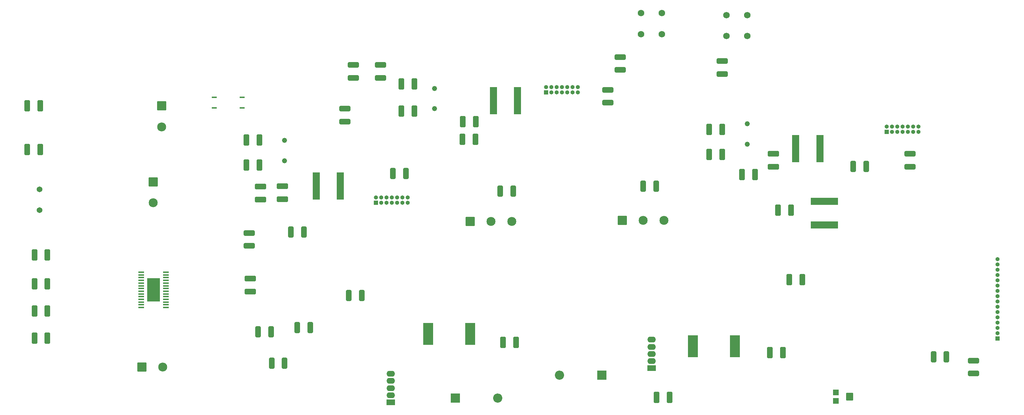
<source format=gbr>
%TF.GenerationSoftware,KiCad,Pcbnew,8.0.2*%
%TF.CreationDate,2024-07-20T17:11:53-04:00*%
%TF.ProjectId,electrical_design_hvac_v2,656c6563-7472-4696-9361-6c5f64657369,rev?*%
%TF.SameCoordinates,Original*%
%TF.FileFunction,Soldermask,Top*%
%TF.FilePolarity,Negative*%
%FSLAX46Y46*%
G04 Gerber Fmt 4.6, Leading zero omitted, Abs format (unit mm)*
G04 Created by KiCad (PCBNEW 8.0.2) date 2024-07-20 17:11:53*
%MOMM*%
%LPD*%
G01*
G04 APERTURE LIST*
G04 Aperture macros list*
%AMRoundRect*
0 Rectangle with rounded corners*
0 $1 Rounding radius*
0 $2 $3 $4 $5 $6 $7 $8 $9 X,Y pos of 4 corners*
0 Add a 4 corners polygon primitive as box body*
4,1,4,$2,$3,$4,$5,$6,$7,$8,$9,$2,$3,0*
0 Add four circle primitives for the rounded corners*
1,1,$1+$1,$2,$3*
1,1,$1+$1,$4,$5*
1,1,$1+$1,$6,$7*
1,1,$1+$1,$8,$9*
0 Add four rect primitives between the rounded corners*
20,1,$1+$1,$2,$3,$4,$5,0*
20,1,$1+$1,$4,$5,$6,$7,0*
20,1,$1+$1,$6,$7,$8,$9,0*
20,1,$1+$1,$8,$9,$2,$3,0*%
G04 Aperture macros list end*
%ADD10R,2.000001X1.400000*%
%ADD11O,2.000001X1.400000*%
%ADD12R,2.200000X2.200000*%
%ADD13O,2.200000X2.200000*%
%ADD14R,2.413000X5.207000*%
%ADD15RoundRect,0.250000X-1.100000X0.412500X-1.100000X-0.412500X1.100000X-0.412500X1.100000X0.412500X0*%
%ADD16RoundRect,0.250000X1.075000X-0.400000X1.075000X0.400000X-1.075000X0.400000X-1.075000X-0.400000X0*%
%ADD17RoundRect,0.250000X0.412500X1.100000X-0.412500X1.100000X-0.412500X-1.100000X0.412500X-1.100000X0*%
%ADD18RoundRect,0.250000X0.400000X1.075000X-0.400000X1.075000X-0.400000X-1.075000X0.400000X-1.075000X0*%
%ADD19RoundRect,0.250000X1.100000X-0.412500X1.100000X0.412500X-1.100000X0.412500X-1.100000X-0.412500X0*%
%ADD20C,1.574800*%
%ADD21R,1.000000X1.000000*%
%ADD22O,1.000000X1.000000*%
%ADD23RoundRect,0.076750X-0.805250X-0.230250X0.805250X-0.230250X0.805250X0.230250X-0.805250X0.230250X0*%
%ADD24RoundRect,0.250000X-0.400000X-1.075000X0.400000X-1.075000X0.400000X1.075000X-0.400000X1.075000X0*%
%ADD25RoundRect,0.102000X-0.975000X-0.975000X0.975000X-0.975000X0.975000X0.975000X-0.975000X0.975000X0*%
%ADD26C,2.154000*%
%ADD27C,1.234000*%
%ADD28RoundRect,0.250000X-0.412500X-1.100000X0.412500X-1.100000X0.412500X1.100000X-0.412500X1.100000X0*%
%ADD29RoundRect,0.102000X-0.975000X0.975000X-0.975000X-0.975000X0.975000X-0.975000X0.975000X0.975000X0*%
%ADD30R,1.409700X0.355600*%
%ADD31R,3.149600X5.638800*%
%ADD32R,1.219200X0.457200*%
%ADD33RoundRect,0.076750X0.230250X-0.810250X0.230250X0.810250X-0.230250X0.810250X-0.230250X-0.810250X0*%
%ADD34C,1.371600*%
%ADD35RoundRect,0.102000X-0.600000X-0.600000X0.600000X-0.600000X0.600000X0.600000X-0.600000X0.600000X0*%
%ADD36RoundRect,0.102000X-0.750000X0.800000X-0.750000X-0.800000X0.750000X-0.800000X0.750000X0.800000X0*%
G04 APERTURE END LIST*
D10*
%TO.C,VR1*%
X178541900Y-132200000D03*
D11*
X178541900Y-130500000D03*
X178541900Y-128799999D03*
X178541900Y-127100000D03*
X178541900Y-125400000D03*
%TD*%
D10*
%TO.C,U2*%
X116000000Y-140405000D03*
D11*
X116000000Y-138705000D03*
X116000000Y-137004999D03*
X116000000Y-135305000D03*
X116000000Y-133605000D03*
%TD*%
D12*
%TO.C,D1*%
X131420000Y-139400000D03*
D13*
X141580000Y-139400000D03*
%TD*%
D14*
%TO.C,L2*%
X188458100Y-127000000D03*
X198541900Y-127000000D03*
%TD*%
%TO.C,L1*%
X124958100Y-124000000D03*
X135041900Y-124000000D03*
%TD*%
D15*
%TO.C,C15*%
X90000000Y-88500000D03*
X90000000Y-91625000D03*
%TD*%
D16*
%TO.C,R18*%
X113500000Y-62500000D03*
X113500000Y-59400000D03*
%TD*%
D17*
%TO.C,C23*%
X33625000Y-105000000D03*
X30500000Y-105000000D03*
%TD*%
D18*
%TO.C,R19*%
X249250000Y-129500000D03*
X246150000Y-129500000D03*
%TD*%
D17*
%TO.C,C5*%
X212000000Y-94250000D03*
X208875000Y-94250000D03*
%TD*%
D19*
%TO.C,C1*%
X82250000Y-113812500D03*
X82250000Y-110687500D03*
%TD*%
D20*
%TO.C,SW1*%
X181000000Y-52000000D03*
X176000000Y-52000000D03*
X176000000Y-47000010D03*
X181000000Y-47000010D03*
%TD*%
D16*
%TO.C,R20*%
X255750000Y-133500000D03*
X255750000Y-130400000D03*
%TD*%
D21*
%TO.C,J4*%
X261500000Y-125120000D03*
D22*
X261500000Y-123850000D03*
X261500000Y-122580000D03*
X261500000Y-121310000D03*
X261500000Y-120040000D03*
X261500000Y-118770000D03*
X261500000Y-117500000D03*
X261500000Y-116230000D03*
X261500000Y-114960000D03*
X261500000Y-113690000D03*
X261500000Y-112420000D03*
X261500000Y-111150000D03*
X261500000Y-109880000D03*
X261500000Y-108610000D03*
X261500000Y-107340000D03*
X261500000Y-106070000D03*
%TD*%
D16*
%TO.C,R17*%
X107000000Y-62500000D03*
X107000000Y-59400000D03*
%TD*%
D23*
%TO.C,U6*%
X98120000Y-85575000D03*
X98120000Y-86225000D03*
X98120000Y-86875000D03*
X98120000Y-87525000D03*
X98120000Y-88175000D03*
X98120000Y-88825000D03*
X98120000Y-89475000D03*
X98120000Y-90125000D03*
X98120000Y-90775000D03*
X98120000Y-91425000D03*
X103880000Y-91425000D03*
X103880000Y-90775000D03*
X103880000Y-90125000D03*
X103880000Y-89475000D03*
X103880000Y-88825000D03*
X103880000Y-88175000D03*
X103880000Y-87525000D03*
X103880000Y-86875000D03*
X103880000Y-86225000D03*
X103880000Y-85575000D03*
%TD*%
D24*
%TO.C,R12*%
X87400000Y-131000000D03*
X90500000Y-131000000D03*
%TD*%
D16*
%TO.C,R16*%
X195500000Y-61600000D03*
X195500000Y-58500000D03*
%TD*%
D17*
%TO.C,C12*%
X84500000Y-83440000D03*
X81375000Y-83440000D03*
%TD*%
D16*
%TO.C,R7*%
X171000000Y-60600000D03*
X171000000Y-57500000D03*
%TD*%
D25*
%TO.C,J3*%
X135000000Y-97000000D03*
D26*
X140000000Y-97000000D03*
X145000000Y-97000000D03*
%TD*%
D25*
%TO.C,J2*%
X56267000Y-132000000D03*
D26*
X61267000Y-132000000D03*
%TD*%
D12*
%TO.C,D2*%
X166621900Y-133900000D03*
D13*
X156461900Y-133900000D03*
%TD*%
D18*
%TO.C,R8*%
X145350000Y-89750000D03*
X142250000Y-89750000D03*
%TD*%
%TO.C,R4*%
X119600000Y-85500000D03*
X116500000Y-85500000D03*
%TD*%
D15*
%TO.C,C16*%
X84749930Y-88625000D03*
X84749930Y-91750000D03*
%TD*%
D27*
%TO.C,Y1*%
X126500000Y-65060000D03*
X126500000Y-69940000D03*
%TD*%
D28*
%TO.C,C4*%
X142875000Y-126000000D03*
X146000000Y-126000000D03*
%TD*%
D29*
%TO.C,J8*%
X61000000Y-69267000D03*
D26*
X61000000Y-74267000D03*
%TD*%
D17*
%TO.C,C22*%
X31875000Y-69250000D03*
X28750000Y-69250000D03*
%TD*%
D18*
%TO.C,R11*%
X96650000Y-122500000D03*
X93550000Y-122500000D03*
%TD*%
D30*
%TO.C,U5*%
X62000000Y-117649986D03*
X62000000Y-117000000D03*
X62000000Y-116350014D03*
X62000000Y-115700028D03*
X62000000Y-115050042D03*
X62000000Y-114400056D03*
X62000000Y-113750070D03*
X62000000Y-113100084D03*
X62000000Y-112450098D03*
X62000000Y-111800112D03*
X62000000Y-111150126D03*
X62000000Y-110500140D03*
X62000000Y-109850154D03*
X62000000Y-109200168D03*
X56094500Y-109200168D03*
X56094500Y-109850154D03*
X56094500Y-110500140D03*
X56094500Y-111150126D03*
X56094500Y-111800112D03*
X56094500Y-112450098D03*
X56094500Y-113100084D03*
X56094500Y-113750070D03*
X56094500Y-114400056D03*
X56094500Y-115050042D03*
X56094500Y-115700028D03*
X56094500Y-116350014D03*
X56094500Y-117000000D03*
X56094500Y-117649986D03*
D31*
X59047250Y-113425077D03*
%TD*%
D32*
%TO.C,Q2*%
X80340100Y-69770000D03*
X80340100Y-67230000D03*
X73659900Y-67230000D03*
X73659900Y-69770000D03*
%TD*%
D28*
%TO.C,C3*%
X206875000Y-128500000D03*
X210000000Y-128500000D03*
%TD*%
D17*
%TO.C,C9*%
X195500000Y-80940000D03*
X192375000Y-80940000D03*
%TD*%
D16*
%TO.C,R15*%
X82000000Y-102850000D03*
X82000000Y-99750000D03*
%TD*%
D17*
%TO.C,C14*%
X121625000Y-70500000D03*
X118500000Y-70500000D03*
%TD*%
D21*
%TO.C,J5*%
X234920000Y-75500000D03*
D22*
X234920000Y-74230000D03*
X236190000Y-75500000D03*
X236190000Y-74230000D03*
X237460000Y-75500000D03*
X237460000Y-74230000D03*
X238730000Y-75500000D03*
X238730000Y-74230000D03*
X240000000Y-75500000D03*
X240000000Y-74230000D03*
X241270000Y-75500000D03*
X241270000Y-74230000D03*
X242540000Y-75500000D03*
X242540000Y-74230000D03*
%TD*%
D23*
%TO.C,U3*%
X213120000Y-76575000D03*
X213120000Y-77225000D03*
X213120000Y-77875000D03*
X213120000Y-78525000D03*
X213120000Y-79175000D03*
X213120000Y-79825000D03*
X213120000Y-80475000D03*
X213120000Y-81125000D03*
X213120000Y-81775000D03*
X213120000Y-82425000D03*
X218880000Y-82425000D03*
X218880000Y-81775000D03*
X218880000Y-81125000D03*
X218880000Y-80475000D03*
X218880000Y-79825000D03*
X218880000Y-79175000D03*
X218880000Y-78525000D03*
X218880000Y-77875000D03*
X218880000Y-77225000D03*
X218880000Y-76575000D03*
%TD*%
D21*
%TO.C,J1*%
X153190000Y-66000000D03*
D22*
X153190000Y-64730000D03*
X154460000Y-66000000D03*
X154460000Y-64730000D03*
X155730000Y-66000000D03*
X155730000Y-64730000D03*
X157000000Y-66000000D03*
X157000000Y-64730000D03*
X158270000Y-66000000D03*
X158270000Y-64730000D03*
X159540000Y-66000000D03*
X159540000Y-64730000D03*
X160810000Y-66000000D03*
X160810000Y-64730000D03*
%TD*%
D28*
%TO.C,C2*%
X179750000Y-139250000D03*
X182875000Y-139250000D03*
%TD*%
D24*
%TO.C,R10*%
X84150000Y-123500000D03*
X87250000Y-123500000D03*
%TD*%
D17*
%TO.C,C25*%
X33625000Y-118500000D03*
X30500000Y-118500000D03*
%TD*%
%TO.C,C11*%
X84500000Y-77440000D03*
X81375000Y-77440000D03*
%TD*%
D33*
%TO.C,U4*%
X217075000Y-97870000D03*
X217725000Y-97870000D03*
X218375000Y-97870000D03*
X219025000Y-97870000D03*
X219675000Y-97870000D03*
X220325000Y-97870000D03*
X220975000Y-97870000D03*
X221625000Y-97870000D03*
X222275000Y-97870000D03*
X222925000Y-97870000D03*
X222925000Y-92130000D03*
X222275000Y-92130000D03*
X221625000Y-92130000D03*
X220975000Y-92130000D03*
X220325000Y-92130000D03*
X219675000Y-92130000D03*
X219025000Y-92130000D03*
X218375000Y-92130000D03*
X217725000Y-92130000D03*
X217075000Y-92130000D03*
%TD*%
D27*
%TO.C,Y3*%
X90500000Y-77560000D03*
X90500000Y-82440000D03*
%TD*%
D17*
%TO.C,C21*%
X31875000Y-79750000D03*
X28750000Y-79750000D03*
%TD*%
%TO.C,C6*%
X214687500Y-111000000D03*
X211562500Y-111000000D03*
%TD*%
D18*
%TO.C,R9*%
X179600000Y-88500000D03*
X176500000Y-88500000D03*
%TD*%
D17*
%TO.C,C10*%
X195500000Y-74940000D03*
X192375000Y-74940000D03*
%TD*%
D21*
%TO.C,J9*%
X112420000Y-92500000D03*
D22*
X112420000Y-91230000D03*
X113690000Y-92500000D03*
X113690000Y-91230000D03*
X114960000Y-92500000D03*
X114960000Y-91230000D03*
X116230000Y-92500000D03*
X116230000Y-91230000D03*
X117500000Y-92500000D03*
X117500000Y-91230000D03*
X118770000Y-92500000D03*
X118770000Y-91230000D03*
X120040000Y-92500000D03*
X120040000Y-91230000D03*
%TD*%
D16*
%TO.C,R6*%
X105000000Y-73000000D03*
X105000000Y-69900000D03*
%TD*%
D25*
%TO.C,J6*%
X171500000Y-96750000D03*
D26*
X176500000Y-96750000D03*
X181500000Y-96750000D03*
%TD*%
D24*
%TO.C,R2*%
X226900000Y-83750000D03*
X230000000Y-83750000D03*
%TD*%
D27*
%TO.C,Y2*%
X201500000Y-73560000D03*
X201500000Y-78440000D03*
%TD*%
D24*
%TO.C,R13*%
X92000000Y-99500000D03*
X95100000Y-99500000D03*
%TD*%
D28*
%TO.C,C8*%
X200250000Y-85750000D03*
X203375000Y-85750000D03*
%TD*%
D34*
%TO.C,C20*%
X31750000Y-94253800D03*
X31750000Y-89250000D03*
%TD*%
D35*
%TO.C,R1*%
X222750000Y-138070000D03*
D36*
X226000000Y-139070000D03*
D35*
X222750000Y-140070000D03*
%TD*%
D15*
%TO.C,C7*%
X207750000Y-80750000D03*
X207750000Y-83875000D03*
%TD*%
D23*
%TO.C,U1*%
X140620000Y-65075000D03*
X140620000Y-65725000D03*
X140620000Y-66375000D03*
X140620000Y-67025000D03*
X140620000Y-67675000D03*
X140620000Y-68325000D03*
X140620000Y-68975000D03*
X140620000Y-69625000D03*
X140620000Y-70275000D03*
X140620000Y-70925000D03*
X146380000Y-70925000D03*
X146380000Y-70275000D03*
X146380000Y-69625000D03*
X146380000Y-68975000D03*
X146380000Y-68325000D03*
X146380000Y-67675000D03*
X146380000Y-67025000D03*
X146380000Y-66375000D03*
X146380000Y-65725000D03*
X146380000Y-65075000D03*
%TD*%
D16*
%TO.C,R5*%
X168000000Y-68500000D03*
X168000000Y-65400000D03*
%TD*%
D17*
%TO.C,C18*%
X136250000Y-77250000D03*
X133125000Y-77250000D03*
%TD*%
D20*
%TO.C,SW2*%
X201500000Y-47500010D03*
X196500000Y-47500010D03*
X196500000Y-52500000D03*
X201500000Y-52500000D03*
%TD*%
D16*
%TO.C,R3*%
X240500000Y-83850000D03*
X240500000Y-80750000D03*
%TD*%
D17*
%TO.C,C19*%
X33625000Y-125000000D03*
X30500000Y-125000000D03*
%TD*%
D24*
%TO.C,R14*%
X105900000Y-114750070D03*
X109000000Y-114750070D03*
%TD*%
D29*
%TO.C,J7*%
X59000000Y-87500000D03*
D26*
X59000000Y-92500000D03*
%TD*%
D17*
%TO.C,C24*%
X33625000Y-112000000D03*
X30500000Y-112000000D03*
%TD*%
%TO.C,C13*%
X121625000Y-64000000D03*
X118500000Y-64000000D03*
%TD*%
%TO.C,C17*%
X136375000Y-73000000D03*
X133250000Y-73000000D03*
%TD*%
M02*

</source>
